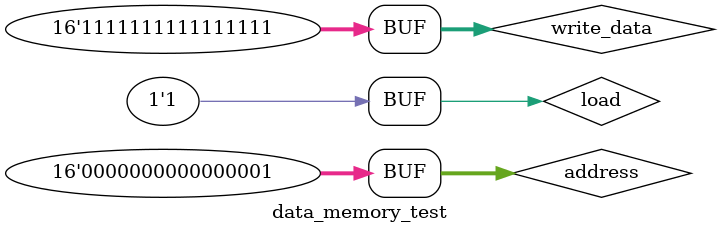
<source format=v>
`timescale 1ns / 1ps

module data_memory_test;

	// Inputs
	reg [15:0] address;
	reg [15:0] write_data;
	reg load;

	// Outputs
	wire [15:0] output_data;

	// Instantiate the Unit Under Test (UUT)
	data_memory uut (
		.address(address), 
		.write_data(write_data), 
		.load(load), 
		.output_data(output_data)
	);

	initial begin
		// Initialize Inputs
		address = 0;
		write_data = 0;
		load = 0;
        
		// Add stimulus here
		#1;
		write_data=16'hAABB;
		#1;
		load=1;
		#1;
		load=0;
		#1;
		write_data=16'hFFFF;
		address=1;
		#1;
		load=1;

	end
      
endmodule


</source>
